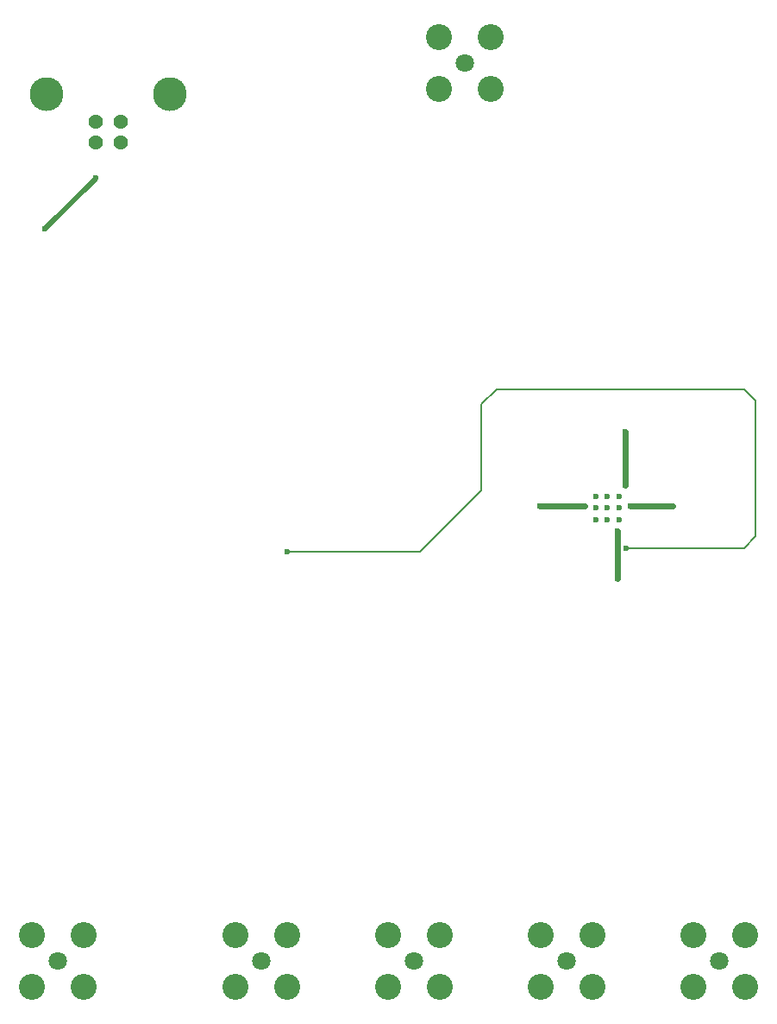
<source format=gbr>
%TF.GenerationSoftware,KiCad,Pcbnew,9.0.1*%
%TF.CreationDate,2025-12-29T16:32:10-06:00*%
%TF.ProjectId,opensync_prototype,6f70656e-7379-46e6-935f-70726f746f74,0.1*%
%TF.SameCoordinates,Original*%
%TF.FileFunction,Copper,L4,Bot*%
%TF.FilePolarity,Positive*%
%FSLAX46Y46*%
G04 Gerber Fmt 4.6, Leading zero omitted, Abs format (unit mm)*
G04 Created by KiCad (PCBNEW 9.0.1) date 2025-12-29 16:32:10*
%MOMM*%
%LPD*%
G01*
G04 APERTURE LIST*
%TA.AperFunction,ComponentPad*%
%ADD10C,1.428000*%
%TD*%
%TA.AperFunction,ComponentPad*%
%ADD11C,3.316000*%
%TD*%
%TA.AperFunction,ComponentPad*%
%ADD12C,1.800000*%
%TD*%
%TA.AperFunction,ComponentPad*%
%ADD13C,2.550000*%
%TD*%
%TA.AperFunction,ComponentPad*%
%ADD14C,0.600000*%
%TD*%
%TA.AperFunction,ViaPad*%
%ADD15C,0.600000*%
%TD*%
%TA.AperFunction,Conductor*%
%ADD16C,0.600000*%
%TD*%
%TA.AperFunction,Conductor*%
%ADD17C,0.500000*%
%TD*%
%TA.AperFunction,Conductor*%
%ADD18C,0.156500*%
%TD*%
G04 APERTURE END LIST*
D10*
%TO.P,J1,1,VBUS*%
%TO.N,VBUS*%
X80750000Y-58740000D03*
%TO.P,J1,2,D-*%
%TO.N,/Power and Data/USB_D-*%
X83250000Y-58740000D03*
%TO.P,J1,3,D+*%
%TO.N,/Power and Data/USB_D+*%
X83250000Y-56740000D03*
%TO.P,J1,4,GND*%
%TO.N,GND_BUS*%
X80750000Y-56740000D03*
D11*
%TO.P,J1,S1*%
X88020000Y-54030000D03*
%TO.P,J1,S2*%
X75980000Y-54030000D03*
%TD*%
D12*
%TO.P,J13,1*%
%TO.N,/Microcontroller and Ext. Clock/SAFETY_INTERLOCK*%
X117000000Y-51000000D03*
D13*
%TO.P,J13,2*%
%TO.N,GND*%
X119540000Y-53540000D03*
%TO.P,J13,3*%
X114460000Y-53540000D03*
%TO.P,J13,4*%
X114460000Y-48460000D03*
%TO.P,J13,5*%
X119540000Y-48460000D03*
%TD*%
D14*
%TO.P,U2,81,GND*%
%TO.N,GND*%
X129866667Y-93466667D03*
X129866667Y-94600000D03*
X129866667Y-95733333D03*
X131000000Y-93466667D03*
X131000000Y-94600000D03*
X131000000Y-95733333D03*
X132133333Y-93466667D03*
X132133333Y-94600000D03*
X132133333Y-95733333D03*
%TD*%
D12*
%TO.P,J6,1*%
%TO.N,Net-(J6-Pad1)*%
X127000000Y-139000000D03*
D13*
%TO.P,J6,2*%
%TO.N,GND*%
X129540000Y-136460000D03*
%TO.P,J6,3*%
X124460000Y-136460000D03*
%TO.P,J6,4*%
X124460000Y-141540000D03*
%TO.P,J6,5*%
X129540000Y-141540000D03*
%TD*%
D12*
%TO.P,J4,1*%
%TO.N,Net-(J4-Pad1)*%
X97000000Y-139000000D03*
D13*
%TO.P,J4,2*%
%TO.N,GND*%
X99540000Y-136460000D03*
%TO.P,J4,3*%
X94460000Y-136460000D03*
%TO.P,J4,4*%
X94460000Y-141540000D03*
%TO.P,J4,5*%
X99540000Y-141540000D03*
%TD*%
D12*
%TO.P,J2,1*%
%TO.N,Net-(J2-Pad1)*%
X77000000Y-139000000D03*
D13*
%TO.P,J2,2*%
%TO.N,GND*%
X79540000Y-136460000D03*
%TO.P,J2,3*%
X74460000Y-136460000D03*
%TO.P,J2,4*%
X74460000Y-141540000D03*
%TO.P,J2,5*%
X79540000Y-141540000D03*
%TD*%
D12*
%TO.P,J7,1*%
%TO.N,Net-(J7-Pad1)*%
X142000000Y-139000000D03*
D13*
%TO.P,J7,2*%
%TO.N,GND*%
X144540000Y-136460000D03*
%TO.P,J7,3*%
X139460000Y-136460000D03*
%TO.P,J7,4*%
X139460000Y-141540000D03*
%TO.P,J7,5*%
X144540000Y-141540000D03*
%TD*%
D12*
%TO.P,J5,1*%
%TO.N,Net-(J5-Pad1)*%
X112000000Y-139000000D03*
D13*
%TO.P,J5,2*%
%TO.N,GND*%
X114540000Y-136460000D03*
%TO.P,J5,3*%
X109460000Y-136460000D03*
%TO.P,J5,4*%
X109460000Y-141540000D03*
%TO.P,J5,5*%
X114540000Y-141540000D03*
%TD*%
D15*
%TO.N,+1V1*%
X132750000Y-87750000D03*
X132000000Y-101500000D03*
X133250000Y-94400000D03*
X128750000Y-94400000D03*
X132750000Y-92350000D03*
X124350000Y-94400000D03*
X137400000Y-94400000D03*
X132000000Y-96850000D03*
X132750000Y-87150000D03*
%TO.N,VBUS*%
X80750000Y-62250000D03*
X75800000Y-67250000D03*
%TO.N,/Microcontroller and Ext. Clock/RUN*%
X99600000Y-98900000D03*
X132800000Y-98550000D03*
%TD*%
D16*
%TO.N,+1V1*%
X128750000Y-94400000D02*
X124350000Y-94400000D01*
X137400000Y-94400000D02*
X133250000Y-94400000D01*
X132750000Y-87150000D02*
X132750000Y-92350000D01*
X132000000Y-101500000D02*
X132000000Y-96850000D01*
D17*
%TO.N,VBUS*%
X80750000Y-62300000D02*
X75800000Y-67250000D01*
X80750000Y-62250000D02*
X80750000Y-62300000D01*
D18*
%TO.N,/Microcontroller and Ext. Clock/RUN*%
X118600000Y-84450000D02*
X118600000Y-92900000D01*
X118600000Y-92900000D02*
X112600000Y-98900000D01*
X144450000Y-82950000D02*
X120100000Y-82950000D01*
X120100000Y-82950000D02*
X118600000Y-84450000D01*
X144400000Y-98550000D02*
X145550000Y-97400000D01*
X112600000Y-98900000D02*
X99600000Y-98900000D01*
X132800000Y-98550000D02*
X144400000Y-98550000D01*
X145550000Y-97400000D02*
X145550000Y-84050000D01*
X145550000Y-84050000D02*
X144450000Y-82950000D01*
%TD*%
M02*

</source>
